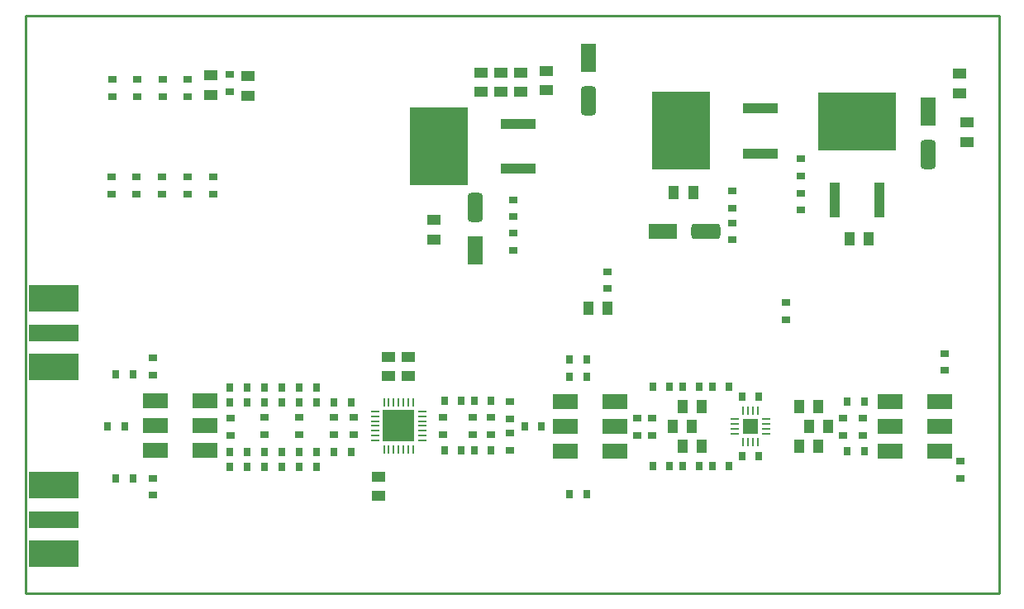
<source format=gtp>
%FSLAX25Y25*%
%MOIN*%
G70*
G01*
G75*
G04 Layer_Color=8421504*
%ADD10R,0.10000X0.06496*%
%ADD11R,0.06299X0.11811*%
G04:AMPARAMS|DCode=12|XSize=118.11mil|YSize=62.99mil|CornerRadius=15.75mil|HoleSize=0mil|Usage=FLASHONLY|Rotation=270.000|XOffset=0mil|YOffset=0mil|HoleType=Round|Shape=RoundedRectangle|*
%AMROUNDEDRECTD12*
21,1,0.11811,0.03150,0,0,270.0*
21,1,0.08661,0.06299,0,0,270.0*
1,1,0.03150,-0.01575,-0.04331*
1,1,0.03150,-0.01575,0.04331*
1,1,0.03150,0.01575,0.04331*
1,1,0.03150,0.01575,-0.04331*
%
%ADD12ROUNDEDRECTD12*%
%ADD13R,0.11811X0.06299*%
G04:AMPARAMS|DCode=14|XSize=118.11mil|YSize=62.99mil|CornerRadius=15.75mil|HoleSize=0mil|Usage=FLASHONLY|Rotation=0.000|XOffset=0mil|YOffset=0mil|HoleType=Round|Shape=RoundedRectangle|*
%AMROUNDEDRECTD14*
21,1,0.11811,0.03150,0,0,0.0*
21,1,0.08661,0.06299,0,0,0.0*
1,1,0.03150,0.04331,-0.01575*
1,1,0.03150,-0.04331,-0.01575*
1,1,0.03150,-0.04331,0.01575*
1,1,0.03150,0.04331,0.01575*
%
%ADD14ROUNDEDRECTD14*%
%ADD15R,0.05709X0.04331*%
%ADD16R,0.04331X0.05709*%
%ADD17R,0.23622X0.31496*%
%ADD18R,0.14173X0.04331*%
%ADD19R,0.31496X0.23622*%
%ADD20R,0.04331X0.14173*%
%ADD21R,0.02953X0.03740*%
%ADD22R,0.03740X0.02953*%
%ADD23R,0.12598X0.12598*%
%ADD24O,0.00984X0.03740*%
%ADD25O,0.03740X0.00984*%
%ADD26R,0.05906X0.05906*%
%ADD27O,0.03543X0.00984*%
%ADD28O,0.00984X0.03543*%
%ADD29R,0.20000X0.10500*%
%ADD30R,0.20000X0.07000*%
%ADD31C,0.00787*%
%ADD32C,0.03937*%
%ADD33C,0.05906*%
%ADD34C,0.01000*%
%ADD35O,0.05906X0.07874*%
%ADD36R,0.05906X0.07874*%
%ADD37O,0.05906X0.07874*%
%ADD38C,0.07874*%
%ADD39P,0.10653X8X292.5*%
%ADD40P,0.10653X8X202.5*%
%ADD41C,0.02362*%
%ADD42C,0.11811*%
%ADD43C,0.02500*%
%ADD44C,0.02598*%
%ADD45C,0.02000*%
%ADD46C,0.02300*%
%ADD47C,0.02362*%
%ADD48C,0.00984*%
%ADD49C,0.00500*%
D10*
X1180500Y429700D02*
D03*
Y439700D02*
D03*
Y449700D02*
D03*
X1160500Y429700D02*
D03*
Y439700D02*
D03*
Y449700D02*
D03*
X1029500D02*
D03*
Y439700D02*
D03*
Y429700D02*
D03*
X1049500Y449700D02*
D03*
Y439700D02*
D03*
Y429700D02*
D03*
X884000Y430000D02*
D03*
Y440000D02*
D03*
Y450000D02*
D03*
X864000Y430000D02*
D03*
Y440000D02*
D03*
Y450000D02*
D03*
D11*
X1038600Y588561D02*
D03*
X992900Y510939D02*
D03*
X1175600Y566961D02*
D03*
D12*
X1038600Y571239D02*
D03*
X992900Y528261D02*
D03*
X1175600Y549639D02*
D03*
D13*
X1068839Y518400D02*
D03*
D14*
X1086161D02*
D03*
D15*
X1021600Y583237D02*
D03*
Y575363D02*
D03*
X886400Y581320D02*
D03*
Y573446D02*
D03*
X1188500Y582037D02*
D03*
Y574163D02*
D03*
X901300Y581133D02*
D03*
Y573259D02*
D03*
X1191500Y562437D02*
D03*
Y554563D02*
D03*
X1011300Y574663D02*
D03*
Y582537D02*
D03*
X1003300Y574663D02*
D03*
Y582537D02*
D03*
X995300Y574663D02*
D03*
Y582537D02*
D03*
X976200Y523037D02*
D03*
Y515163D02*
D03*
X966000Y460063D02*
D03*
Y467937D02*
D03*
X953900Y419637D02*
D03*
Y411763D02*
D03*
X958000Y460063D02*
D03*
Y467937D02*
D03*
D16*
X1151737Y515400D02*
D03*
X1143863D02*
D03*
X1046437Y487600D02*
D03*
X1038563D02*
D03*
X1123563Y447700D02*
D03*
X1131437D02*
D03*
X1123563Y431700D02*
D03*
X1131437D02*
D03*
X1127563Y439700D02*
D03*
X1135437D02*
D03*
X1080937Y534200D02*
D03*
X1073063D02*
D03*
X1084437Y447700D02*
D03*
X1076563D02*
D03*
X1080437Y439700D02*
D03*
X1072563D02*
D03*
X1084437Y431700D02*
D03*
X1076563D02*
D03*
D17*
X978426Y552800D02*
D03*
X1076126Y559000D02*
D03*
D18*
X1010316Y561855D02*
D03*
Y543745D02*
D03*
X1108016Y568055D02*
D03*
Y549945D02*
D03*
D19*
X1147000Y562974D02*
D03*
D20*
X1156055Y531084D02*
D03*
X1137945D02*
D03*
D21*
X1107445Y451700D02*
D03*
X1100555D02*
D03*
X1095445Y455700D02*
D03*
X1088555D02*
D03*
X1149945Y449700D02*
D03*
X1143055D02*
D03*
X1149945Y429700D02*
D03*
X1143055D02*
D03*
X1095445Y423700D02*
D03*
X1088555D02*
D03*
X1107445Y427700D02*
D03*
X1100555D02*
D03*
X999445Y430000D02*
D03*
X992555D02*
D03*
X942945Y429500D02*
D03*
X936055D02*
D03*
X854945Y460900D02*
D03*
X848055D02*
D03*
X999445Y450000D02*
D03*
X992555D02*
D03*
X942945Y449500D02*
D03*
X936055D02*
D03*
X848055Y418650D02*
D03*
X854945D02*
D03*
X1012955Y439900D02*
D03*
X1019845D02*
D03*
X1037945Y412500D02*
D03*
X1031055D02*
D03*
X1037945Y466733D02*
D03*
X1031055D02*
D03*
X1083445Y455700D02*
D03*
X1076555D02*
D03*
X1083445Y423700D02*
D03*
X1076555D02*
D03*
X987445Y430000D02*
D03*
X980555D02*
D03*
X928945Y429500D02*
D03*
X922055D02*
D03*
X914945D02*
D03*
X908055D02*
D03*
X900945D02*
D03*
X894055D02*
D03*
X987445Y450000D02*
D03*
X980555D02*
D03*
X928945Y449500D02*
D03*
X922055D02*
D03*
X914945D02*
D03*
X908055D02*
D03*
X900945D02*
D03*
X894055D02*
D03*
X1071445Y455700D02*
D03*
X1064555D02*
D03*
X1071445Y423700D02*
D03*
X1064555D02*
D03*
X1037945Y459700D02*
D03*
X1031055D02*
D03*
X928945Y423500D02*
D03*
X922055D02*
D03*
X914945D02*
D03*
X908055D02*
D03*
X900945D02*
D03*
X894055D02*
D03*
X928945Y455500D02*
D03*
X922055D02*
D03*
X914945D02*
D03*
X908055D02*
D03*
X900945D02*
D03*
X894055D02*
D03*
X851745Y439800D02*
D03*
X844855D02*
D03*
D22*
X1188600Y418855D02*
D03*
Y425745D02*
D03*
X999200Y443345D02*
D03*
Y436455D02*
D03*
X1182200Y462355D02*
D03*
Y469245D02*
D03*
X1008200Y531245D02*
D03*
Y524355D02*
D03*
Y517845D02*
D03*
Y510955D02*
D03*
X1118300Y482855D02*
D03*
Y489745D02*
D03*
X894100Y574955D02*
D03*
Y581845D02*
D03*
X862900Y418945D02*
D03*
Y412055D02*
D03*
Y460605D02*
D03*
Y467494D02*
D03*
X1007000Y442955D02*
D03*
Y449845D02*
D03*
Y430155D02*
D03*
Y437045D02*
D03*
X1046500Y495355D02*
D03*
Y502245D02*
D03*
X1096800Y534745D02*
D03*
Y527855D02*
D03*
X1096700Y521945D02*
D03*
Y515055D02*
D03*
X846300Y533555D02*
D03*
Y540445D02*
D03*
X846700Y572855D02*
D03*
Y579745D02*
D03*
X856525Y533555D02*
D03*
Y540445D02*
D03*
X856800Y572855D02*
D03*
Y579745D02*
D03*
X866750Y533555D02*
D03*
Y540445D02*
D03*
X866900Y572855D02*
D03*
Y579745D02*
D03*
X1124500Y547645D02*
D03*
Y540755D02*
D03*
X876975Y533555D02*
D03*
Y540445D02*
D03*
X877000Y572855D02*
D03*
Y579745D02*
D03*
X887200Y533555D02*
D03*
Y540445D02*
D03*
X1124500Y533945D02*
D03*
Y527055D02*
D03*
X1058500Y443145D02*
D03*
Y436255D02*
D03*
X1149500Y443145D02*
D03*
Y436255D02*
D03*
X1141500Y443145D02*
D03*
Y436255D02*
D03*
X1064500D02*
D03*
Y443145D02*
D03*
X992000Y443445D02*
D03*
Y436555D02*
D03*
X980000Y443445D02*
D03*
Y436555D02*
D03*
X936000Y443445D02*
D03*
Y436555D02*
D03*
X922000Y443445D02*
D03*
Y436555D02*
D03*
X908000Y443445D02*
D03*
Y436555D02*
D03*
X894350Y443145D02*
D03*
Y436255D02*
D03*
X944000Y436555D02*
D03*
Y443445D02*
D03*
D23*
X962100Y440000D02*
D03*
D24*
X968005Y430453D02*
D03*
X966037D02*
D03*
X964069D02*
D03*
X962100D02*
D03*
X960131D02*
D03*
X958163D02*
D03*
X956194D02*
D03*
Y449547D02*
D03*
X958163D02*
D03*
X960131D02*
D03*
X962100D02*
D03*
X964069D02*
D03*
X966037D02*
D03*
X968005D02*
D03*
D25*
X952553Y434094D02*
D03*
Y436063D02*
D03*
Y438031D02*
D03*
Y440000D02*
D03*
Y441968D02*
D03*
Y443937D02*
D03*
Y445905D02*
D03*
X971647D02*
D03*
Y443937D02*
D03*
Y441968D02*
D03*
Y440000D02*
D03*
Y438031D02*
D03*
Y436063D02*
D03*
Y434094D02*
D03*
D26*
X1104000Y439700D02*
D03*
D27*
X1110299Y442653D02*
D03*
Y440684D02*
D03*
Y438716D02*
D03*
Y436747D02*
D03*
X1097701D02*
D03*
Y438716D02*
D03*
Y440684D02*
D03*
Y442653D02*
D03*
D28*
X1106953Y433401D02*
D03*
X1104984D02*
D03*
X1103016D02*
D03*
X1101047D02*
D03*
Y445999D02*
D03*
X1103016D02*
D03*
X1104984D02*
D03*
X1106953D02*
D03*
D29*
X823000Y416050D02*
D03*
Y388550D02*
D03*
X823016Y463850D02*
D03*
Y491350D02*
D03*
D30*
X823000Y402300D02*
D03*
X823016Y477600D02*
D03*
D34*
X811700Y372500D02*
X1204200D01*
Y605600D01*
X811700D02*
X1204200D01*
X811700Y372500D02*
Y605600D01*
M02*

</source>
